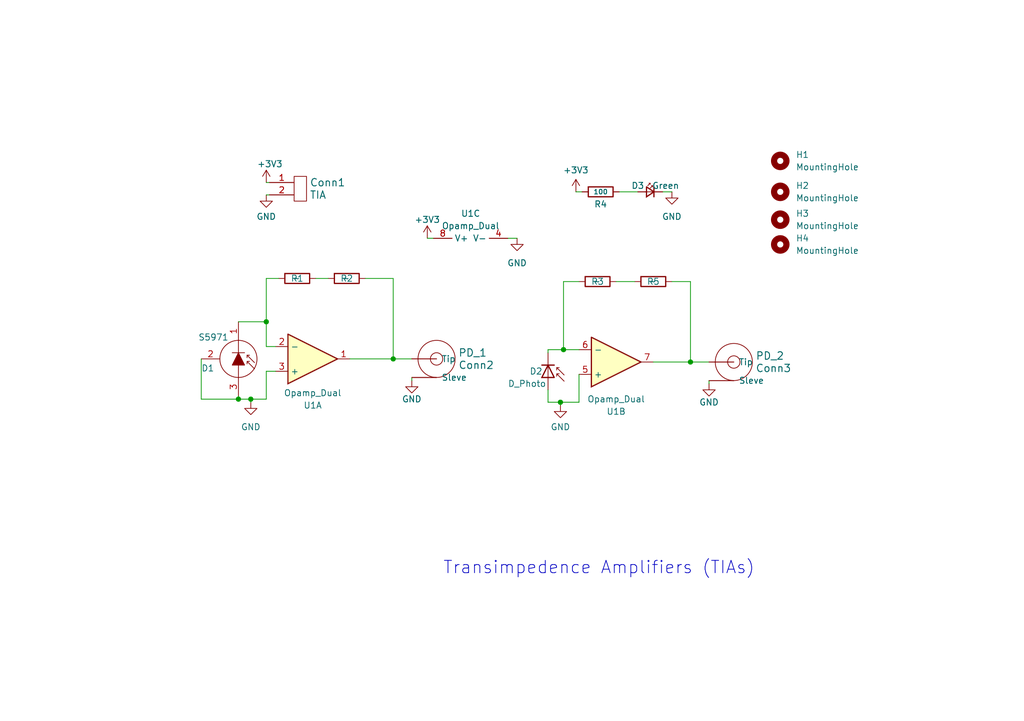
<source format=kicad_sch>
(kicad_sch (version 20230121) (generator eeschema)
  (paper "A5")
  (lib_symbols
    (symbol "Device:D_Photo" (pin_numbers hide) (pin_names hide)
      (property "Reference" "D" (at 0.508 1.778 0))
      (property "Value" "D_Photo" (at -1.016 -2.794 0))
      (symbol "D_Photo_0_1"
        (polyline (pts (xy -2.54 1.27) (xy -2.54 -1.27)) (stroke (width 0.254)))
        (polyline (pts (xy -2.032 1.778) (xy -1.524 1.778)))
        (polyline (pts (xy 0 0) (xy -2.54 0)))
        (polyline (pts (xy -0.508 3.302) (xy -2.032 1.778) (xy -2.032 2.286)))
        (polyline (pts (xy 0 -1.27) (xy 0 1.27) (xy -2.54 0) (xy 0 -1.27)) (stroke (width 0.254)))
        (polyline (pts (xy 0.762 3.302) (xy -0.762 1.778) (xy -0.762 2.286) (xy -0.762 1.778) (xy -0.254 1.778)))
      )
      (symbol "D_Photo_1_1"
        (pin passive line (at -5.08 0 0) (length 2.54) (name "K") (number "1"))
        (pin passive line (at 2.54 0 180) (length 2.54) (name "A") (number "2"))
      )
    )
    (symbol "Device:LED_Small" (pin_numbers hide) (pin_names (offset 0.254) hide)
      (property "Reference" "D" (at -1.27 3.175 0))
      (property "Value" "LED_Small" (at -4.445 -2.54 0))
      (symbol "LED_Small_0_1"
        (polyline (pts (xy -0.762 -1.016) (xy -0.762 1.016)) (stroke (width 0.254)))
        (polyline (pts (xy 1.016 0) (xy -0.762 0)))
        (polyline (pts (xy 0.762 -1.016) (xy -0.762 0) (xy 0.762 1.016) (xy 0.762 -1.016)) (stroke (width 0.254)))
        (polyline (pts (xy 0 0.762) (xy -0.508 1.27) (xy -0.254 1.27) (xy -0.508 1.27) (xy -0.508 1.016)))
        (polyline (pts (xy 0.508 1.27) (xy 0 1.778) (xy 0.254 1.778) (xy 0 1.778) (xy 0 1.524)))
      )
      (symbol "LED_Small_1_1"
        (pin passive line (at -2.54 0 0) (length 1.778) (name "K") (number "1"))
        (pin passive line (at 2.54 0 180) (length 1.778) (name "A") (number "2"))
      )
    )
    (symbol "Device:Opamp_Dual"
      (property "Reference" "U" (at 0 5.08 0))
      (property "Value" "Opamp_Dual" (at 0 -5.08 0))
      (symbol "Opamp_Dual_1_1"
        (polyline (pts (xy -5.08 5.08) (xy 5.08 0) (xy -5.08 -5.08) (xy -5.08 5.08)) (stroke (width 0.254)) (fill (type background)))
        (pin output line (at 7.62 0 180) (length 2.54) (name "~") (number "1"))
        (pin input line (at -7.62 -2.54 0) (length 2.54) (name "-") (number "2"))
        (pin input line (at -7.62 2.54 0) (length 2.54) (name "+") (number "3"))
      )
      (symbol "Opamp_Dual_2_1"
        (polyline (pts (xy -5.08 5.08) (xy 5.08 0) (xy -5.08 -5.08) (xy -5.08 5.08)) (stroke (width 0.254)) (fill (type background)))
        (pin input line (at -7.62 2.54 0) (length 2.54) (name "+") (number "5"))
        (pin input line (at -7.62 -2.54 0) (length 2.54) (name "-") (number "6"))
        (pin output line (at 7.62 0 180) (length 2.54) (name "~") (number "7"))
      )
      (symbol "Opamp_Dual_3_1"
        (pin power_in line (at -2.54 -7.62 90) (length 3.81) (name "V-") (number "4"))
        (pin power_in line (at -2.54 7.62 270) (length 3.81) (name "V+") (number "8"))
      )
    )
    (symbol "Device:R" (pin_numbers hide) (pin_names (offset 0))
      (property "Reference" "R" (at 2.032 0 90))
      (property "Value" "R" (at 0 0 90))
      (symbol "R_0_1"
        (rectangle (start -1.016 -2.54) (end 1.016 2.54) (stroke (width 0.254)))
      )
      (symbol "R_1_1"
        (pin passive line (at 0 3.81 270) (length 1.27) (name "~") (number "1"))
        (pin passive line (at 0 -3.81 90) (length 1.27) (name "~") (number "2"))
      )
    )
    (symbol "MRDT_Connectors:Molex_SL_02" (pin_names (offset 1.016))
      (property "Reference" "Conn" (at 3.81 -1.27 0))
      (property "Value" "Molex_SL_02" (at 1.27 6.35 0))
      (symbol "Molex_SL_02_0_1"
        (rectangle (start 0 5.08) (end 2.54 0))
      )
      (symbol "Molex_SL_02_1_1"
        (pin input line (at -5.08 3.81 0) (length 5.08) (name "~") (number "1"))
        (pin input line (at -5.08 1.27 0) (length 5.08) (name "~") (number "2"))
      )
    )
    (symbol "MRDT_Connectors:RP-SMA" (pin_numbers hide) (pin_names (offset 1.016))
      (property "Reference" "Conn" (at 3.81 -5.08 0))
      (property "Value" "RP-SMA" (at 0 5.08 0))
      (symbol "RP-SMA_0_1"
        (circle (center 0 0) (radius 1.27))
        (circle (center 0 0) (radius 3.81))
      )
      (symbol "RP-SMA_1_1"
        (pin input line (at 5.08 0 180) (length 5.08) (name "Tip") (number "1"))
        (pin input line (at 5.08 -3.81 180) (length 5.08) (name "Sleve") (number "2"))
      )
    )
    (symbol "Mechanical:MountingHole" (pin_names (offset 1.016))
      (property "Reference" "H" (at 0 5.08 0))
      (property "Value" "MountingHole" (at 0 3.175 0))
      (symbol "MountingHole_0_1"
        (circle (center 0 0) (radius 1.27) (stroke (width 1.27)))
      )
    )
    (symbol "Sensor_Optical:S5971" (pin_names (offset 0.254) hide)
      (property "Reference" "D" (at 2.54 -5.08 0))
      (property "Value" "S5971" (at 5.08 5.08 0))
      (symbol "S5971_0_0"
        (pin passive line (at 0 -7.62 90) (length 3.81) (name "C") (number "2"))
      )
      (symbol "S5971_0_1"
        (polyline (pts (xy -1.27 0) (xy -3.81 0)))
        (polyline (pts (xy -1.27 1.27) (xy -1.27 -1.27)) (stroke (width 0.1524)))
        (polyline (pts (xy -0.762 1.778) (xy -0.254 1.778)))
        (polyline (pts (xy 3.81 0) (xy 1.27 0)))
        (polyline (pts (xy 0.762 3.302) (xy -0.762 1.778) (xy -0.762 2.286)))
        (polyline (pts (xy -1.27 0) (xy 1.27 1.27) (xy 1.27 -1.27) (xy -1.27 0)) (fill (type outline)))
        (polyline (pts (xy 2.032 3.302) (xy 0.508 1.778) (xy 0.508 2.286) (xy 0.508 1.778) (xy 1.016 1.778)))
        (circle (center 0 0) (radius 3.81))
      )
      (symbol "S5971_1_1"
        (pin passive line (at -7.62 0 0) (length 3.81) (name "K") (number "1"))
        (pin passive line (at 7.62 0 180) (length 3.81) (name "A") (number "3"))
      )
    )
    (symbol "power:+3V3" (power) (pin_names (offset 0))
      (property "Value" "+3V3" (at 0 3.556 0))
      (symbol "+3V3_0_1"
        (polyline (pts (xy -0.762 1.27) (xy 0 2.54)))
        (polyline (pts (xy 0 0) (xy 0 2.54)))
        (polyline (pts (xy 0 2.54) (xy 0.762 1.27)))
      )
      (symbol "+3V3_1_1"
        (pin power_in line (at 0 0 90) (length 0) hide (name "+3V3") (number "1"))
      )
    )
    (symbol "power:GND" (power) (pin_names (offset 0))
      (property "Value" "GND" (at 0 -3.81 0))
      (symbol "GND_0_1"
        (polyline (pts (xy 0 0) (xy 0 -1.27) (xy 1.27 -1.27) (xy 0 -2.54) (xy -1.27 -1.27) (xy 0 -1.27)))
      )
      (symbol "GND_1_1"
        (pin power_in line (at 0 0 270) (length 0) hide (name "GND") (number "1"))
      )
    )
  )
  (junction (at 114.935 82.55))
  (junction (at 54.61 66.04))
  (junction (at 115.57 71.755))
  (junction (at 51.435 81.915))
  (junction (at 141.605 74.295))
  (junction (at 48.895 81.915))
  (junction (at 80.645 73.66))
  (wire (pts (xy 41.275 73.66) (xy 41.275 81.915)))
  (wire (pts (xy 127 39.37) (xy 130.81 39.37)))
  (wire (pts (xy 118.745 76.835) (xy 118.745 82.55)))
  (wire (pts (xy 48.895 81.915) (xy 51.435 81.915)))
  (wire (pts (xy 145.415 78.74) (xy 145.415 78.105)))
  (wire (pts (xy 71.755 73.66) (xy 80.645 73.66)))
  (wire (pts (xy 80.645 73.66) (xy 84.455 73.66)))
  (wire (pts (xy 118.11 39.37) (xy 119.38 39.37)))
  (wire (pts (xy 54.61 57.15) (xy 54.61 66.04)))
  (wire (pts (xy 114.935 83.185) (xy 114.935 82.55)))
  (wire (pts (xy 54.61 81.915) (xy 54.61 76.2)))
  (wire (pts (xy 87.63 48.895) (xy 88.9 48.895)))
  (wire (pts (xy 112.395 80.01) (xy 112.395 82.55)))
  (wire (pts (xy 54.61 71.12) (xy 56.515 71.12)))
  (wire (pts (xy 67.31 57.15) (xy 64.77 57.15)))
  (wire (pts (xy 51.435 81.915) (xy 54.61 81.915)))
  (wire (pts (xy 130.175 57.785) (xy 126.365 57.785)))
  (wire (pts (xy 106.045 48.895) (xy 104.14 48.895)))
  (wire (pts (xy 54.61 40.005) (xy 55.245 40.005)))
  (wire (pts (xy 118.745 57.785) (xy 115.57 57.785)))
  (wire (pts (xy 51.435 82.55) (xy 51.435 81.915)))
  (wire (pts (xy 84.455 78.105) (xy 84.455 77.47)))
  (wire (pts (xy 141.605 74.295) (xy 145.415 74.295)))
  (wire (pts (xy 141.605 57.785) (xy 141.605 74.295)))
  (wire (pts (xy 54.61 76.2) (xy 56.515 76.2)))
  (wire (pts (xy 54.61 66.04) (xy 54.61 71.12)))
  (wire (pts (xy 137.795 57.785) (xy 141.605 57.785)))
  (wire (pts (xy 112.395 71.755) (xy 115.57 71.755)))
  (wire (pts (xy 115.57 71.755) (xy 118.745 71.755)))
  (wire (pts (xy 133.985 74.295) (xy 141.605 74.295)))
  (wire (pts (xy 112.395 72.39) (xy 112.395 71.755)))
  (wire (pts (xy 115.57 57.785) (xy 115.57 71.755)))
  (wire (pts (xy 112.395 82.55) (xy 114.935 82.55)))
  (wire (pts (xy 57.15 57.15) (xy 54.61 57.15)))
  (wire (pts (xy 48.895 81.28) (xy 48.895 81.915)))
  (wire (pts (xy 80.645 57.15) (xy 80.645 73.66)))
  (wire (pts (xy 135.89 39.37) (xy 137.795 39.37)))
  (wire (pts (xy 54.61 37.465) (xy 55.245 37.465)))
  (wire (pts (xy 41.275 81.915) (xy 48.895 81.915)))
  (wire (pts (xy 48.895 66.04) (xy 54.61 66.04)))
  (wire (pts (xy 114.935 82.55) (xy 118.745 82.55)))
  (wire (pts (xy 74.93 57.15) (xy 80.645 57.15)))
  (text "Transimpedence Amplifiers (TIAs)\n" (at 90.805 118.11 0) (effects (font (size 2.54 2.54)) (justify left bottom)))
  (symbol (lib_id "Device:Opamp_Dual") (at 126.365 74.295 0) (mirror x) (unit 2)
    (property "Reference" "U1" (at 126.365 84.455 0))
    (property "Value" "Opamp_Dual" (at 126.365 81.915 0))
    (property "Footprint" "Package_SO:SO-8_3.9x4.9mm_P1.27mm" (effects hide))
    (property "Datasheet" "https://www.diodes.com/assets/Datasheets/AS358-358A-358B.pdf" (effects hide))
  )
  (symbol (lib_id "power:GND") (at 145.415 78.74 0) (unit 1)
    (property "Reference" "#PWR010" (effects hide))
    (property "Value" "GND" (at 145.415 82.55 0))
  )
  (symbol (lib_id "Mechanical:MountingHole") (at 160.02 39.37 0) (unit 1)
    (property "Reference" "H2" (at 163.195 38.0999 0) (effects (justify left)))
    (property "Value" "MountingHole" (at 163.195 40.6399 0) (effects (justify left)))
    (property "Footprint" "MRDT_Drill_Holes:4_40_Hole_Corner" (effects hide))
  )
  (symbol (lib_id "power:+3V3") (at 118.11 39.37 0) (unit 1)
    (property "Reference" "#PWR08" (effects hide))
    (property "Value" "+3V3" (at 118.11 34.925 0))
  )
  (symbol (lib_id "MRDT_Connectors:RP-SMA") (at 150.495 74.295 0) (mirror y) (unit 1)
    (property "Reference" "Conn3" (at 154.94 75.565 0) (effects (font (size 1.524 1.524)) (justify right)))
    (property "Value" "PD_2" (at 154.94 73.025 0) (effects (font (size 1.524 1.524)) (justify right)))
    (property "Footprint" "FTIR_Footprints:142-0701-801" (effects hide))
    (property "Datasheet" "https://www.digikey.com/en/products/detail/taoglas-limited/EMPCB.SMAFSTJ.B.HT/3522337?utm_adgroup=&utm_source=google&utm_medium=cpc&utm_campaign=PMax_Product_Connectors%20and%20Interconnects&utm_term=&utm_content=&gclid=Cj0KCQjwvL-oBhCxARIsAHkOiu2gV6IwbOZ9WuFLv--P6MObOJwDspMgvSUKpoDBA3UvCzwANp0NqZUaAjNZEALw_wcB" (effects hide))
  )
  (symbol (lib_id "power:+3V3") (at 87.63 48.895 0) (unit 1)
    (property "Reference" "#PWR05" (effects hide))
    (property "Value" "+3V3" (at 87.63 45.085 0))
  )
  (symbol (lib_id "Mechanical:MountingHole") (at 160.02 33.02 0) (unit 1)
    (property "Reference" "H1" (at 163.195 31.7499 0) (effects (justify left)))
    (property "Value" "MountingHole" (at 163.195 34.2899 0) (effects (justify left)))
    (property "Footprint" "MRDT_Drill_Holes:4_40_Hole_Corner" (effects hide))
  )
  (symbol (lib_id "MRDT_Connectors:RP-SMA") (at 89.535 73.66 0) (mirror y) (unit 1)
    (property "Reference" "Conn2" (at 93.98 74.93 0) (effects (font (size 1.524 1.524)) (justify right)))
    (property "Value" "PD_1" (at 93.98 72.39 0) (effects (font (size 1.524 1.524)) (justify right)))
    (property "Footprint" "FTIR_Footprints:142-0701-801" (effects hide))
    (property "Datasheet" "https://www.digikey.com/en/products/detail/taoglas-limited/EMPCB.SMAFSTJ.B.HT/3522337?utm_adgroup=&utm_source=google&utm_medium=cpc&utm_campaign=PMax_Product_Connectors%20and%20Interconnects&utm_term=&utm_content=&gclid=Cj0KCQjwvL-oBhCxARIsAHkOiu2gV6IwbOZ9WuFLv--P6MObOJwDspMgvSUKpoDBA3UvCzwANp0NqZUaAjNZEALw_wcB" (effects hide))
  )
  (symbol (lib_id "power:GND") (at 106.045 48.895 0) (unit 1)
    (property "Reference" "#PWR06" (effects hide))
    (property "Value" "GND" (at 106.045 53.975 0))
  )
  (symbol (lib_id "Device:Opamp_Dual") (at 64.135 73.66 0) (mirror x) (unit 1)
    (property "Reference" "U1" (at 64.135 83.185 0))
    (property "Value" "Opamp_Dual" (at 64.135 80.645 0))
    (property "Footprint" "Package_SO:SO-8_3.9x4.9mm_P1.27mm" (effects hide))
    (property "Datasheet" "https://www.diodes.com/assets/Datasheets/AS358-358A-358B.pdf" (effects hide))
  )
  (symbol (lib_id "Mechanical:MountingHole") (at 160.02 45.085 0) (unit 1)
    (property "Reference" "H3" (at 163.195 43.8149 0) (effects (justify left)))
    (property "Value" "MountingHole" (at 163.195 46.3549 0) (effects (justify left)))
    (property "Footprint" "MRDT_Drill_Holes:4_40_Hole_Corner" (effects hide))
  )
  (symbol (lib_id "power:GND") (at 51.435 82.55 0) (unit 1)
    (property "Reference" "#PWR01" (effects hide))
    (property "Value" "GND" (at 51.435 87.63 0))
  )
  (symbol (lib_id "Device:R") (at 123.19 39.37 90) (unit 1)
    (property "Reference" "R4" (at 123.19 41.91 90))
    (property "Value" "100" (at 123.19 39.37 90) (effects (font (size 0.9906 0.9906))))
    (property "Footprint" "Resistor_SMD:R_0603_1608Metric_Pad0.98x0.95mm_HandSolder" (effects hide))
  )
  (symbol (lib_id "Device:R") (at 71.12 57.15 90) (unit 1)
    (property "Reference" "R2" (at 71.12 57.15 90))
    (property "Value" "~" (at 71.12 57.15 90))
    (property "Footprint" "LED_SMD:LED_0603_1608Metric_Pad1.05x0.95mm_HandSolder" (effects hide))
  )
  (symbol (lib_id "Device:R") (at 60.96 57.15 90) (unit 1)
    (property "Reference" "R1" (at 60.96 57.15 90))
    (property "Value" "~" (at 60.96 57.15 90))
    (property "Footprint" "LED_SMD:LED_0603_1608Metric_Pad1.05x0.95mm_HandSolder" (effects hide))
  )
  (symbol (lib_id "power:GND") (at 114.935 83.185 0) (unit 1)
    (property "Reference" "#PWR07" (effects hide))
    (property "Value" "GND" (at 114.935 87.63 0))
  )
  (symbol (lib_id "Mechanical:MountingHole") (at 160.02 50.165 0) (unit 1)
    (property "Reference" "H4" (at 163.195 48.8949 0) (effects (justify left)))
    (property "Value" "MountingHole" (at 163.195 51.4349 0) (effects (justify left)))
    (property "Footprint" "MRDT_Drill_Holes:4_40_Hole_Corner" (effects hide))
  )
  (symbol (lib_id "power:+3V3") (at 54.61 37.465 0) (unit 1)
    (property "Reference" "#PWR02" (effects hide))
    (property "Value" "+3V3" (at 52.705 33.655 0) (effects (justify left)))
  )
  (symbol (lib_id "power:GND") (at 137.795 39.37 0) (unit 1)
    (property "Reference" "#PWR09" (effects hide))
    (property "Value" "GND" (at 137.795 44.45 0))
  )
  (symbol (lib_id "MRDT_Connectors:Molex_SL_02") (at 60.325 41.275 0) (unit 1)
    (property "Reference" "Conn1" (at 63.5 37.465 0) (effects (font (size 1.524 1.524)) (justify left)))
    (property "Value" "TIA" (at 63.5 40.005 0) (effects (font (size 1.524 1.524)) (justify left)))
    (property "Footprint" "MRDT_Connectors:MOLEX_SL_02_Vertical" (effects hide))
  )
  (symbol (lib_id "Device:D_Photo") (at 112.395 77.47 270) (unit 1)
    (property "Reference" "D2" (at 108.585 76.2 90) (effects (justify left)))
    (property "Value" "D_Photo" (at 104.14 78.74 90) (effects (justify left)))
    (property "Footprint" "FTIR_Footprints:VTP9812FH" (effects hide))
    (property "Datasheet" "https://www.digikey.com/en/products/detail/excelitas-technologies/VTP9812FH/5885875" (effects hide))
  )
  (symbol (lib_id "Device:R") (at 122.555 57.785 90) (unit 1)
    (property "Reference" "R3" (at 122.555 57.785 90))
    (property "Value" "~" (at 122.555 57.785 90))
    (property "Footprint" "LED_SMD:LED_0603_1608Metric_Pad1.05x0.95mm_HandSolder" (effects hide))
  )
  (symbol (lib_id "Device:LED_Small") (at 133.35 39.37 0) (mirror y) (unit 1)
    (property "Reference" "D3" (at 130.81 38.1 0))
    (property "Value" "Green" (at 136.525 38.1 0))
    (property "Footprint" "LED_SMD:LED_0603_1608Metric_Pad1.05x0.95mm_HandSolder" (effects hide))
  )
  (symbol (lib_id "power:GND") (at 54.61 40.005 0) (unit 1)
    (property "Reference" "#PWR03" (effects hide))
    (property "Value" "GND" (at 54.61 44.45 0))
  )
  (symbol (lib_id "Device:R") (at 133.985 57.785 90) (unit 1)
    (property "Reference" "R5" (at 133.985 57.785 90))
    (property "Value" "~" (at 133.985 57.785 90))
    (property "Footprint" "LED_SMD:LED_0603_1608Metric_Pad1.05x0.95mm_HandSolder" (effects hide))
  )
  (symbol (lib_id "Device:Opamp_Dual") (at 96.52 46.355 90) (unit 3)
    (property "Reference" "U1" (at 96.52 43.815 90))
    (property "Value" "Opamp_Dual" (at 96.52 46.355 90))
    (property "Footprint" "Package_SO:SO-8_3.9x4.9mm_P1.27mm" (effects hide))
    (property "Datasheet" "https://www.diodes.com/assets/Datasheets/AS358-358A-358B.pdf" (effects hide))
  )
  (symbol (lib_id "power:GND") (at 84.455 78.105 0) (unit 1)
    (property "Reference" "#PWR04" (effects hide))
    (property "Value" "GND" (at 84.455 81.915 0))
  )
  (symbol (lib_id "Sensor_Optical:S5971") (at 48.895 73.66 270) (unit 1)
    (property "Reference" "D1" (at 41.275 75.565 90) (effects (justify left)))
    (property "Value" "S5971" (at 40.64 69.215 90) (effects (justify left)))
    (property "Footprint" "FTIR_Footprints:P16113-011MN" (effects hide))
    (property "Datasheet" "https://www.hamamatsu.com/us/en/product/optical-sensors/infrared-detector/inassb-photovoltaic-detector/P16113-011MN.html" (effects hide))
  )
)
</source>
